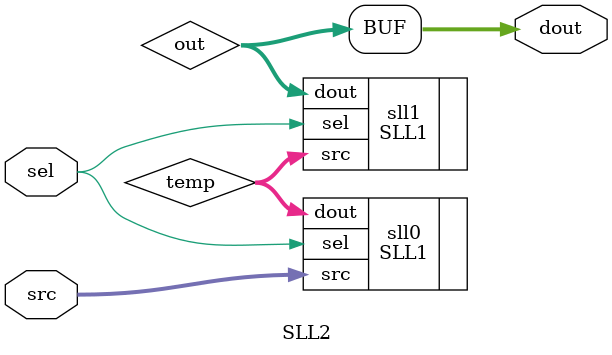
<source format=v>
module SLL2( sel, src, dout ) ;

 input sel ;
 input[31:0] src ;
 output[31:0] dout ;
 
 wire[31:0] temp, out ;

 SLL1 sll0( .sel(sel), .src(src),  .dout(temp) ) ;
 SLL1 sll1( .sel(sel), .src(temp),  .dout(out) ) ;
 
 assign dout = out ;

endmodule
</source>
